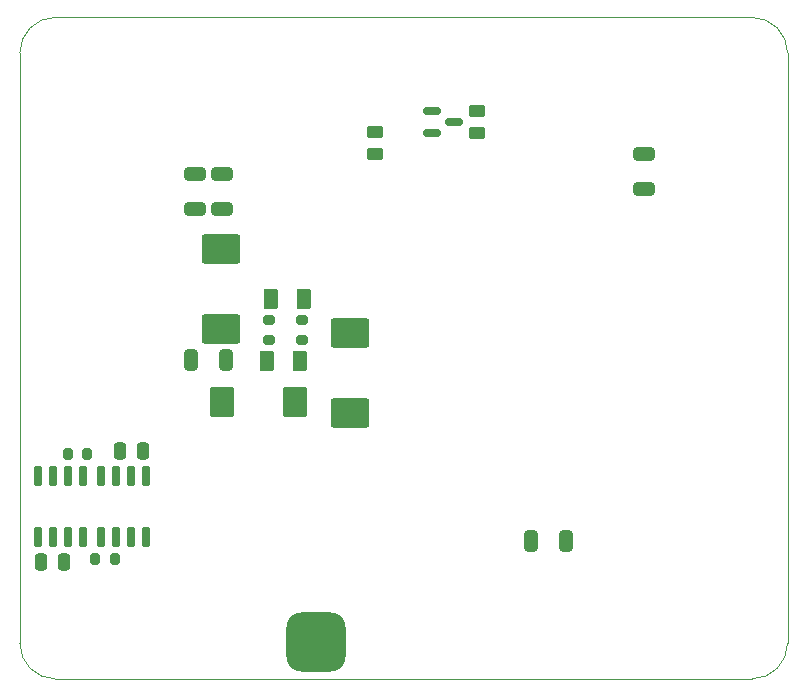
<source format=gtp>
G04 #@! TF.GenerationSoftware,KiCad,Pcbnew,7.0.6*
G04 #@! TF.CreationDate,2023-08-28T17:59:06+03:00*
G04 #@! TF.ProjectId,power_sheld,706f7765-725f-4736-9865-6c642e6b6963,rev?*
G04 #@! TF.SameCoordinates,Original*
G04 #@! TF.FileFunction,Paste,Top*
G04 #@! TF.FilePolarity,Positive*
%FSLAX46Y46*%
G04 Gerber Fmt 4.6, Leading zero omitted, Abs format (unit mm)*
G04 Created by KiCad (PCBNEW 7.0.6) date 2023-08-28 17:59:06*
%MOMM*%
%LPD*%
G01*
G04 APERTURE LIST*
G04 Aperture macros list*
%AMRoundRect*
0 Rectangle with rounded corners*
0 $1 Rounding radius*
0 $2 $3 $4 $5 $6 $7 $8 $9 X,Y pos of 4 corners*
0 Add a 4 corners polygon primitive as box body*
4,1,4,$2,$3,$4,$5,$6,$7,$8,$9,$2,$3,0*
0 Add four circle primitives for the rounded corners*
1,1,$1+$1,$2,$3*
1,1,$1+$1,$4,$5*
1,1,$1+$1,$6,$7*
1,1,$1+$1,$8,$9*
0 Add four rect primitives between the rounded corners*
20,1,$1+$1,$2,$3,$4,$5,0*
20,1,$1+$1,$4,$5,$6,$7,0*
20,1,$1+$1,$6,$7,$8,$9,0*
20,1,$1+$1,$8,$9,$2,$3,0*%
G04 Aperture macros list end*
%ADD10RoundRect,0.200000X0.275000X-0.200000X0.275000X0.200000X-0.275000X0.200000X-0.275000X-0.200000X0*%
%ADD11RoundRect,0.250000X-0.375000X-0.625000X0.375000X-0.625000X0.375000X0.625000X-0.375000X0.625000X0*%
%ADD12RoundRect,0.200000X0.200000X0.275000X-0.200000X0.275000X-0.200000X-0.275000X0.200000X-0.275000X0*%
%ADD13RoundRect,0.250000X0.450000X-0.262500X0.450000X0.262500X-0.450000X0.262500X-0.450000X-0.262500X0*%
%ADD14RoundRect,0.250000X0.650000X-0.325000X0.650000X0.325000X-0.650000X0.325000X-0.650000X-0.325000X0*%
%ADD15RoundRect,0.150000X-0.587500X-0.150000X0.587500X-0.150000X0.587500X0.150000X-0.587500X0.150000X0*%
%ADD16RoundRect,0.250000X-0.325000X-0.650000X0.325000X-0.650000X0.325000X0.650000X-0.325000X0.650000X0*%
%ADD17RoundRect,0.250000X-0.250000X-0.475000X0.250000X-0.475000X0.250000X0.475000X-0.250000X0.475000X0*%
%ADD18RoundRect,0.150000X0.150000X-0.725000X0.150000X0.725000X-0.150000X0.725000X-0.150000X-0.725000X0*%
%ADD19RoundRect,0.250000X0.375000X0.625000X-0.375000X0.625000X-0.375000X-0.625000X0.375000X-0.625000X0*%
%ADD20RoundRect,0.150000X-0.150000X0.725000X-0.150000X-0.725000X0.150000X-0.725000X0.150000X0.725000X0*%
%ADD21RoundRect,1.250000X1.250000X1.250000X-1.250000X1.250000X-1.250000X-1.250000X1.250000X-1.250000X0*%
%ADD22RoundRect,0.250000X-1.400000X-1.000000X1.400000X-1.000000X1.400000X1.000000X-1.400000X1.000000X0*%
%ADD23RoundRect,0.250000X0.325000X0.650000X-0.325000X0.650000X-0.325000X-0.650000X0.325000X-0.650000X0*%
%ADD24RoundRect,0.250000X-0.787500X-1.025000X0.787500X-1.025000X0.787500X1.025000X-0.787500X1.025000X0*%
%ADD25RoundRect,0.250000X0.250000X0.475000X-0.250000X0.475000X-0.250000X-0.475000X0.250000X-0.475000X0*%
%ADD26RoundRect,0.200000X-0.275000X0.200000X-0.275000X-0.200000X0.275000X-0.200000X0.275000X0.200000X0*%
G04 #@! TA.AperFunction,Profile*
%ADD27C,0.100000*%
G04 #@! TD*
G04 APERTURE END LIST*
D10*
X135940000Y-95865000D03*
X135940000Y-94215000D03*
D11*
X132990000Y-97650000D03*
X135790000Y-97650000D03*
D12*
X117765000Y-105540000D03*
X116115000Y-105540000D03*
D13*
X142150000Y-80112500D03*
X142150000Y-78287500D03*
D14*
X129220000Y-84775000D03*
X129220000Y-81825000D03*
D15*
X146972500Y-76457500D03*
X146972500Y-78357500D03*
X148847500Y-77407500D03*
D16*
X126585000Y-97600000D03*
X129535000Y-97600000D03*
D12*
X120090000Y-114400000D03*
X118440000Y-114400000D03*
D14*
X126920000Y-84775000D03*
X126920000Y-81825000D03*
D17*
X120565000Y-105290000D03*
X122465000Y-105290000D03*
D18*
X118975000Y-112545000D03*
X120245000Y-112545000D03*
X121515000Y-112545000D03*
X122785000Y-112545000D03*
X122785000Y-107395000D03*
X121515000Y-107395000D03*
X120245000Y-107395000D03*
X118975000Y-107395000D03*
D19*
X136150000Y-92440000D03*
X133350000Y-92440000D03*
D20*
X117385000Y-107395000D03*
X116115000Y-107395000D03*
X114845000Y-107395000D03*
X113575000Y-107395000D03*
X113575000Y-112545000D03*
X114845000Y-112545000D03*
X116115000Y-112545000D03*
X117385000Y-112545000D03*
D21*
X137170000Y-121480000D03*
D22*
X140020000Y-95270000D03*
X140020000Y-102070000D03*
D14*
X164920000Y-83090000D03*
X164920000Y-80140000D03*
D23*
X158327677Y-112895000D03*
X155377677Y-112895000D03*
D13*
X150787500Y-78320000D03*
X150787500Y-76495000D03*
D24*
X129147500Y-101170000D03*
X135372500Y-101170000D03*
D25*
X115800000Y-114650000D03*
X113900000Y-114650000D03*
D22*
X129110000Y-88140000D03*
X129110000Y-94940000D03*
D26*
X133200000Y-94215000D03*
X133200000Y-95865000D03*
D27*
X174068109Y-124568109D02*
G75*
G03*
X177068109Y-121568109I-9J3000009D01*
G01*
X112068109Y-71568109D02*
X112068109Y-121568109D01*
X177068109Y-121568109D02*
X177068109Y-71568109D01*
X115068109Y-68568109D02*
G75*
G03*
X112068109Y-71568109I-9J-2999991D01*
G01*
X115068109Y-124568109D02*
X174068109Y-124568109D01*
X174068109Y-68568109D02*
X115068109Y-68568109D01*
X112068091Y-121568109D02*
G75*
G03*
X115068109Y-124568109I3000009J9D01*
G01*
X177068091Y-71568109D02*
G75*
G03*
X174068109Y-68568109I-2999991J9D01*
G01*
M02*

</source>
